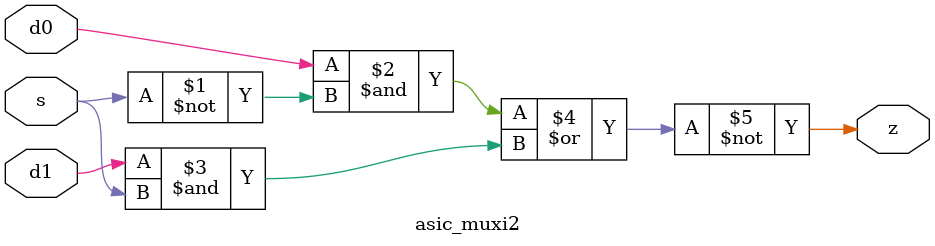
<source format=v>

module asic_muxi2
   (
    input  d0,
    input  d1,
    input  s,
    output z
    );

   assign z = ~((d0 & ~s) | (d1 & s));

endmodule

</source>
